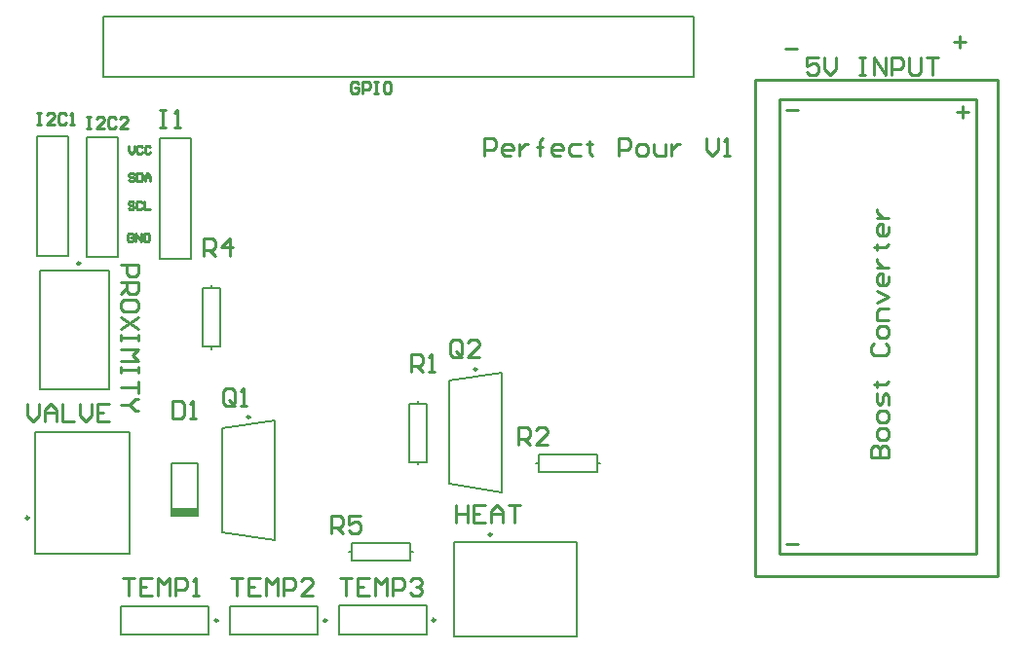
<source format=gto>
G04*
G04 #@! TF.GenerationSoftware,Altium Limited,Altium Designer,22.7.1 (60)*
G04*
G04 Layer_Color=65535*
%FSLAX44Y44*%
%MOMM*%
G71*
G04*
G04 #@! TF.SameCoordinates,D299D1DB-FC93-4E7D-A29F-8AC0059F7039*
G04*
G04*
G04 #@! TF.FilePolarity,Positive*
G04*
G01*
G75*
%ADD10C,0.2500*%
%ADD11C,0.2000*%
%ADD12C,0.2540*%
%ADD13C,0.1524*%
%ADD14R,2.3600X0.6660*%
D10*
X196108Y202532D02*
G03*
X196108Y202532I-1250J0D01*
G01*
X393207Y244285D02*
G03*
X393207Y244285I-1250J0D01*
G01*
X48552Y336238D02*
G03*
X48552Y336238I-1250J0D01*
G01*
X3796Y114872D02*
G03*
X3796Y114872I-1250J0D01*
G01*
X406041Y100371D02*
G03*
X406041Y100371I-1250J0D01*
G01*
X357109Y25982D02*
G03*
X357109Y25982I-1250J0D01*
G01*
X262605Y25587D02*
G03*
X262605Y25587I-1250J0D01*
G01*
X168100D02*
G03*
X168100Y25587I-1250J0D01*
G01*
D11*
X127489Y162725D02*
X151089D01*
X127489Y116375D02*
Y162725D01*
Y116375D02*
X151089D01*
Y162725D01*
X172107Y102532D02*
Y192532D01*
Y102532D02*
X217607Y95532D01*
X172107Y192532D02*
X217607Y199532D01*
Y95532D02*
Y199532D01*
X117740Y340221D02*
X144640D01*
Y444821D01*
X117740D02*
X144640D01*
X117740Y340221D02*
Y444821D01*
X334295Y214378D02*
X341914D01*
X334295Y163578D02*
Y214378D01*
Y163578D02*
X349534D01*
Y214378D01*
X341914D02*
X349534D01*
X341914Y161292D02*
Y163578D01*
Y214378D02*
Y216664D01*
X369207Y144285D02*
Y234285D01*
Y144285D02*
X414707Y137285D01*
X369207Y234285D02*
X414707Y241285D01*
Y137285D02*
Y241285D01*
X497793Y162575D02*
Y170195D01*
X446993D02*
X497793D01*
X446993Y154955D02*
Y170195D01*
Y154955D02*
X497793D01*
Y162575D01*
X444707D02*
X446993D01*
X497793D02*
X500079D01*
X13352Y226488D02*
X73752D01*
Y330488D01*
X13352D02*
X73752D01*
X13352Y226488D02*
Y330488D01*
X9046Y83872D02*
X91046D01*
X9046D02*
Y189872D01*
X91046D01*
Y83872D02*
Y189872D01*
X154767Y314926D02*
X162387D01*
X154767Y264126D02*
Y314926D01*
Y264126D02*
X170007D01*
Y314926D01*
X162387D02*
X170007D01*
X162387Y261840D02*
Y264126D01*
Y314926D02*
Y317212D01*
X373791Y11870D02*
Y93871D01*
X479791D01*
Y11870D02*
Y93871D01*
X373791Y11870D02*
X479791D01*
X273159Y13532D02*
X349359D01*
X273159Y38432D02*
X349359D01*
Y13532D02*
Y38432D01*
X273159Y13532D02*
Y38432D01*
X178655Y13137D02*
X254855D01*
X178655Y38037D02*
X254855D01*
Y13137D02*
Y38037D01*
X178655Y13137D02*
Y38037D01*
X84150Y13137D02*
X160350D01*
X84150Y38037D02*
X160350D01*
Y13137D02*
Y38037D01*
X84150Y13137D02*
Y38037D01*
X335380Y85690D02*
Y93310D01*
X284580D02*
X335380D01*
X284580Y78070D02*
Y93310D01*
Y78070D02*
X335380D01*
Y85690D01*
X282294D02*
X284580D01*
X335380D02*
X337666D01*
X54162Y341775D02*
X81062D01*
Y446375D01*
X54162D02*
X81062D01*
X54162Y341775D02*
Y446375D01*
X11138Y342624D02*
X38038D01*
Y447223D01*
X11138D02*
X38038D01*
X11138Y342624D02*
Y447223D01*
D12*
X655990Y83857D02*
X827440D01*
X655990Y478827D02*
X827440D01*
Y83857D02*
Y478827D01*
X655990Y83857D02*
Y478827D01*
X635338Y63920D02*
X846158D01*
X635338Y495720D02*
X846158D01*
Y63920D02*
Y495720D01*
X635338Y63920D02*
Y495720D01*
X128778Y216911D02*
Y201676D01*
X136396D01*
X138935Y204215D01*
Y214372D01*
X136396Y216911D01*
X128778D01*
X144013Y201676D02*
X149091D01*
X146552D01*
Y216911D01*
X144013Y214372D01*
X182877Y215137D02*
Y225294D01*
X180338Y227833D01*
X175259D01*
X172720Y225294D01*
Y215137D01*
X175259Y212598D01*
X180338D01*
X177798Y217676D02*
X182877Y212598D01*
X180338D02*
X182877Y215137D01*
X187955Y212598D02*
X193033D01*
X190494D01*
Y227833D01*
X187955Y225294D01*
X118110Y469895D02*
X123188D01*
X120649D01*
Y454660D01*
X118110D01*
X123188D01*
X130806D02*
X135884D01*
X133345D01*
Y469895D01*
X130806Y467356D01*
X335788Y242316D02*
Y257551D01*
X343405D01*
X345945Y255012D01*
Y249933D01*
X343405Y247394D01*
X335788D01*
X340866D02*
X345945Y242316D01*
X351023D02*
X356101D01*
X353562D01*
Y257551D01*
X351023Y255012D01*
X379981Y257047D02*
Y267204D01*
X377441Y269743D01*
X372363D01*
X369824Y267204D01*
Y257047D01*
X372363Y254508D01*
X377441D01*
X374902Y259586D02*
X379981Y254508D01*
X377441D02*
X379981Y257047D01*
X395216Y254508D02*
X385059D01*
X395216Y264665D01*
Y267204D01*
X392677Y269743D01*
X387598D01*
X385059Y267204D01*
X429260Y178816D02*
Y194051D01*
X436878D01*
X439417Y191512D01*
Y186434D01*
X436878Y183894D01*
X429260D01*
X434338D02*
X439417Y178816D01*
X454652D02*
X444495D01*
X454652Y188973D01*
Y191512D01*
X452113Y194051D01*
X447034D01*
X444495Y191512D01*
X661286Y523363D02*
X671442D01*
X807908Y529058D02*
X818064D01*
X812986Y534137D02*
Y523980D01*
X809964Y467777D02*
X820121D01*
X815042Y472856D02*
Y462699D01*
X736184Y167654D02*
X751419D01*
Y175272D01*
X748880Y177811D01*
X746341D01*
X743802Y175272D01*
Y167654D01*
Y175272D01*
X741262Y177811D01*
X738723D01*
X736184Y175272D01*
Y167654D01*
X751419Y185428D02*
Y190507D01*
X748880Y193046D01*
X743802D01*
X741262Y190507D01*
Y185428D01*
X743802Y182889D01*
X748880D01*
X751419Y185428D01*
Y200663D02*
Y205742D01*
X748880Y208281D01*
X743802D01*
X741262Y205742D01*
Y200663D01*
X743802Y198124D01*
X748880D01*
X751419Y200663D01*
Y213359D02*
Y220977D01*
X748880Y223516D01*
X746341Y220977D01*
Y215898D01*
X743802Y213359D01*
X741262Y215898D01*
Y223516D01*
X738723Y231133D02*
X741262D01*
Y228594D01*
Y233673D01*
Y231133D01*
X748880D01*
X751419Y233673D01*
X738723Y266682D02*
X736184Y264143D01*
Y259065D01*
X738723Y256525D01*
X748880D01*
X751419Y259065D01*
Y264143D01*
X748880Y266682D01*
X751419Y274300D02*
Y279378D01*
X748880Y281917D01*
X743802D01*
X741262Y279378D01*
Y274300D01*
X743802Y271760D01*
X748880D01*
X751419Y274300D01*
Y286996D02*
X741262D01*
Y294613D01*
X743802Y297152D01*
X751419D01*
X741262Y302230D02*
X751419Y307309D01*
X741262Y312387D01*
X751419Y325083D02*
Y320005D01*
X748880Y317466D01*
X743802D01*
X741262Y320005D01*
Y325083D01*
X743802Y327622D01*
X746341D01*
Y317466D01*
X741262Y332701D02*
X751419D01*
X746341D01*
X743802Y335240D01*
X741262Y337779D01*
Y340318D01*
X738723Y350475D02*
X741262D01*
Y347936D01*
Y353014D01*
Y350475D01*
X748880D01*
X751419Y353014D01*
Y368249D02*
Y363171D01*
X748880Y360632D01*
X743802D01*
X741262Y363171D01*
Y368249D01*
X743802Y370788D01*
X746341D01*
Y360632D01*
X741262Y375867D02*
X751419D01*
X746341D01*
X743802Y378406D01*
X741262Y380945D01*
Y383484D01*
X94463Y361228D02*
X93296Y362394D01*
X90964D01*
X89797Y361228D01*
Y356563D01*
X90964Y355397D01*
X93296D01*
X94463Y356563D01*
Y358896D01*
X92130D01*
X96795Y355397D02*
Y362394D01*
X101460Y355397D01*
Y362394D01*
X103793D02*
Y355397D01*
X107292D01*
X108458Y356563D01*
Y361228D01*
X107292Y362394D01*
X103793D01*
X95086Y389293D02*
X93920Y390459D01*
X91587D01*
X90421Y389293D01*
Y388127D01*
X91587Y386960D01*
X93920D01*
X95086Y385794D01*
Y384628D01*
X93920Y383462D01*
X91587D01*
X90421Y384628D01*
X102084Y389293D02*
X100918Y390459D01*
X98585D01*
X97419Y389293D01*
Y384628D01*
X98585Y383462D01*
X100918D01*
X102084Y384628D01*
X104417Y390459D02*
Y383462D01*
X109082D01*
X95398Y413616D02*
X94232Y414782D01*
X91899D01*
X90733Y413616D01*
Y412450D01*
X91899Y411283D01*
X94232D01*
X95398Y410117D01*
Y408951D01*
X94232Y407784D01*
X91899D01*
X90733Y408951D01*
X97731Y414782D02*
Y407784D01*
X101230D01*
X102396Y408951D01*
Y413616D01*
X101230Y414782D01*
X97731D01*
X104728Y407784D02*
Y412450D01*
X107061Y414782D01*
X109394Y412450D01*
Y407784D01*
Y411283D01*
X104728D01*
X90733Y438793D02*
Y434128D01*
X93066Y431795D01*
X95398Y434128D01*
Y438793D01*
X102396Y437627D02*
X101230Y438793D01*
X98897D01*
X97731Y437627D01*
Y432962D01*
X98897Y431795D01*
X101230D01*
X102396Y432962D01*
X109394Y437627D02*
X108227Y438793D01*
X105895D01*
X104728Y437627D01*
Y432962D01*
X105895Y431795D01*
X108227D01*
X109394Y432962D01*
X400070Y430236D02*
Y445471D01*
X407687D01*
X410226Y442932D01*
Y437854D01*
X407687Y435315D01*
X400070D01*
X422922Y430236D02*
X417844D01*
X415305Y432775D01*
Y437854D01*
X417844Y440393D01*
X422922D01*
X425461Y437854D01*
Y435315D01*
X415305D01*
X430540Y440393D02*
Y430236D01*
Y435315D01*
X433079Y437854D01*
X435618Y440393D01*
X438157D01*
X448314Y430236D02*
Y442932D01*
Y437854D01*
X445775D01*
X450853D01*
X448314D01*
Y442932D01*
X450853Y445471D01*
X466088Y430236D02*
X461010D01*
X458471Y432775D01*
Y437854D01*
X461010Y440393D01*
X466088D01*
X468627Y437854D01*
Y435315D01*
X458471D01*
X483862Y440393D02*
X476245D01*
X473706Y437854D01*
Y432775D01*
X476245Y430236D01*
X483862D01*
X491480Y442932D02*
Y440393D01*
X488941D01*
X494019D01*
X491480D01*
Y432775D01*
X494019Y430236D01*
X516872D02*
Y445471D01*
X524489D01*
X527029Y442932D01*
Y437854D01*
X524489Y435315D01*
X516872D01*
X534646Y430236D02*
X539724D01*
X542264Y432775D01*
Y437854D01*
X539724Y440393D01*
X534646D01*
X532107Y437854D01*
Y432775D01*
X534646Y430236D01*
X547342Y440393D02*
Y432775D01*
X549881Y430236D01*
X557499D01*
Y440393D01*
X562577D02*
Y430236D01*
Y435315D01*
X565116Y437854D01*
X567655Y440393D01*
X570195D01*
X593047Y445471D02*
Y435315D01*
X598125Y430236D01*
X603204Y435315D01*
Y445471D01*
X608282Y430236D02*
X613361D01*
X610821D01*
Y445471D01*
X608282Y442932D01*
X662401Y92464D02*
X672558D01*
X662020Y469649D02*
X672177D01*
X690298Y515246D02*
X680141D01*
Y507628D01*
X685219Y510168D01*
X687758D01*
X690298Y507628D01*
Y502550D01*
X687758Y500011D01*
X682680D01*
X680141Y502550D01*
X695376Y515246D02*
Y505089D01*
X700454Y500011D01*
X705533Y505089D01*
Y515246D01*
X725846D02*
X730925D01*
X728385D01*
Y500011D01*
X725846D01*
X730925D01*
X738542D02*
Y515246D01*
X748699Y500011D01*
Y515246D01*
X753777Y500011D02*
Y515246D01*
X761395D01*
X763934Y512707D01*
Y507628D01*
X761395Y505089D01*
X753777D01*
X769012Y515246D02*
Y502550D01*
X771551Y500011D01*
X776630D01*
X779169Y502550D01*
Y515246D01*
X784247D02*
X794404D01*
X789326D01*
Y500011D01*
X2540Y213863D02*
Y203706D01*
X7618Y198628D01*
X12697Y203706D01*
Y213863D01*
X17775Y198628D02*
Y208785D01*
X22853Y213863D01*
X27932Y208785D01*
Y198628D01*
Y206245D01*
X17775D01*
X33010Y213863D02*
Y198628D01*
X43167D01*
X48245Y213863D02*
Y203706D01*
X53324Y198628D01*
X58402Y203706D01*
Y213863D01*
X73637D02*
X63480D01*
Y198628D01*
X73637D01*
X63480Y206245D02*
X68559D01*
X274574Y62479D02*
X284731D01*
X279652D01*
Y47244D01*
X299966Y62479D02*
X289809D01*
Y47244D01*
X299966D01*
X289809Y54861D02*
X294887D01*
X305044Y47244D02*
Y62479D01*
X310123Y57401D01*
X315201Y62479D01*
Y47244D01*
X320279D02*
Y62479D01*
X327897D01*
X330436Y59940D01*
Y54861D01*
X327897Y52322D01*
X320279D01*
X335514Y59940D02*
X338054Y62479D01*
X343132D01*
X345671Y59940D01*
Y57401D01*
X343132Y54861D01*
X340593D01*
X343132D01*
X345671Y52322D01*
Y49783D01*
X343132Y47244D01*
X338054D01*
X335514Y49783D01*
X179832Y62225D02*
X189989D01*
X184910D01*
Y46990D01*
X205224Y62225D02*
X195067D01*
Y46990D01*
X205224D01*
X195067Y54608D02*
X200145D01*
X210302Y46990D02*
Y62225D01*
X215380Y57147D01*
X220459Y62225D01*
Y46990D01*
X225537D02*
Y62225D01*
X233155D01*
X235694Y59686D01*
Y54608D01*
X233155Y52068D01*
X225537D01*
X250929Y46990D02*
X240772D01*
X250929Y57147D01*
Y59686D01*
X248390Y62225D01*
X243312D01*
X240772Y59686D01*
X85344Y62225D02*
X95501D01*
X90422D01*
Y46990D01*
X110736Y62225D02*
X100579D01*
Y46990D01*
X110736D01*
X100579Y54608D02*
X105657D01*
X115814Y46990D02*
Y62225D01*
X120892Y57147D01*
X125971Y62225D01*
Y46990D01*
X131049D02*
Y62225D01*
X138667D01*
X141206Y59686D01*
Y54608D01*
X138667Y52068D01*
X131049D01*
X146284Y46990D02*
X151363D01*
X148823D01*
Y62225D01*
X146284Y59686D01*
X266954Y101854D02*
Y117089D01*
X274571D01*
X277111Y114550D01*
Y109472D01*
X274571Y106932D01*
X266954D01*
X272032D02*
X277111Y101854D01*
X292346Y117089D02*
X282189D01*
Y109472D01*
X287267Y112011D01*
X289807D01*
X292346Y109472D01*
Y104393D01*
X289807Y101854D01*
X284728D01*
X282189Y104393D01*
X156210Y342646D02*
Y357881D01*
X163827D01*
X166367Y355342D01*
Y350263D01*
X163827Y347724D01*
X156210D01*
X161288D02*
X166367Y342646D01*
X179063D02*
Y357881D01*
X171445Y350263D01*
X181602D01*
X83867Y335053D02*
X99102D01*
Y327436D01*
X96563Y324897D01*
X91484D01*
X88945Y327436D01*
Y335053D01*
X83867Y319818D02*
X99102D01*
Y312201D01*
X96563Y309662D01*
X91484D01*
X88945Y312201D01*
Y319818D01*
Y314740D02*
X83867Y309662D01*
X99102Y296966D02*
Y302044D01*
X96563Y304583D01*
X86406D01*
X83867Y302044D01*
Y296966D01*
X86406Y294426D01*
X96563D01*
X99102Y296966D01*
Y289348D02*
X83867Y279191D01*
X99102D02*
X83867Y289348D01*
X99102Y274113D02*
Y269035D01*
Y271574D01*
X83867D01*
Y274113D01*
Y269035D01*
Y261417D02*
X99102D01*
X94024Y256339D01*
X99102Y251260D01*
X83867D01*
X99102Y246182D02*
Y241104D01*
Y243643D01*
X83867D01*
Y246182D01*
Y241104D01*
X99102Y233486D02*
Y223329D01*
Y228408D01*
X83867D01*
X99102Y218251D02*
X96563D01*
X91484Y213173D01*
X96563Y208094D01*
X99102D01*
X91484Y213173D02*
X83867D01*
X375158Y125725D02*
Y110490D01*
Y118108D01*
X385315D01*
Y125725D01*
Y110490D01*
X400550Y125725D02*
X390393D01*
Y110490D01*
X400550D01*
X390393Y118108D02*
X395471D01*
X405628Y110490D02*
Y120647D01*
X410706Y125725D01*
X415785Y120647D01*
Y110490D01*
Y118108D01*
X405628D01*
X420863Y125725D02*
X431020D01*
X425942D01*
Y110490D01*
X54483Y463878D02*
X57816D01*
X56150D01*
Y453881D01*
X54483D01*
X57816D01*
X69479D02*
X62814D01*
X69479Y460546D01*
Y462212D01*
X67812Y463878D01*
X64480D01*
X62814Y462212D01*
X79475D02*
X77809Y463878D01*
X74477D01*
X72811Y462212D01*
Y455547D01*
X74477Y453881D01*
X77809D01*
X79475Y455547D01*
X89472Y453881D02*
X82808D01*
X89472Y460546D01*
Y462212D01*
X87806Y463878D01*
X84474D01*
X82808Y462212D01*
X11430Y467197D02*
X14762D01*
X13096D01*
Y457200D01*
X11430D01*
X14762D01*
X26425D02*
X19761D01*
X26425Y463865D01*
Y465531D01*
X24759Y467197D01*
X21427D01*
X19761Y465531D01*
X36422D02*
X34756Y467197D01*
X31424D01*
X29757Y465531D01*
Y458866D01*
X31424Y457200D01*
X34756D01*
X36422Y458866D01*
X39754Y457200D02*
X43087D01*
X41420D01*
Y467197D01*
X39754Y465531D01*
X290436Y492289D02*
X288770Y493955D01*
X285438D01*
X283772Y492289D01*
Y485625D01*
X285438Y483958D01*
X288770D01*
X290436Y485625D01*
Y488957D01*
X287104D01*
X293769Y483958D02*
Y493955D01*
X298767D01*
X300433Y492289D01*
Y488957D01*
X298767Y487291D01*
X293769D01*
X303765Y493955D02*
X307097D01*
X305431D01*
Y483958D01*
X303765D01*
X307097D01*
X317094Y493955D02*
X313762D01*
X312096Y492289D01*
Y485625D01*
X313762Y483958D01*
X317094D01*
X318760Y485625D01*
Y492289D01*
X317094Y493955D01*
D13*
X68460Y498711D02*
X581540D01*
Y551289D01*
X68460D02*
X581540D01*
X68460Y498711D02*
Y551289D01*
D14*
X139286Y119711D02*
D03*
M02*

</source>
